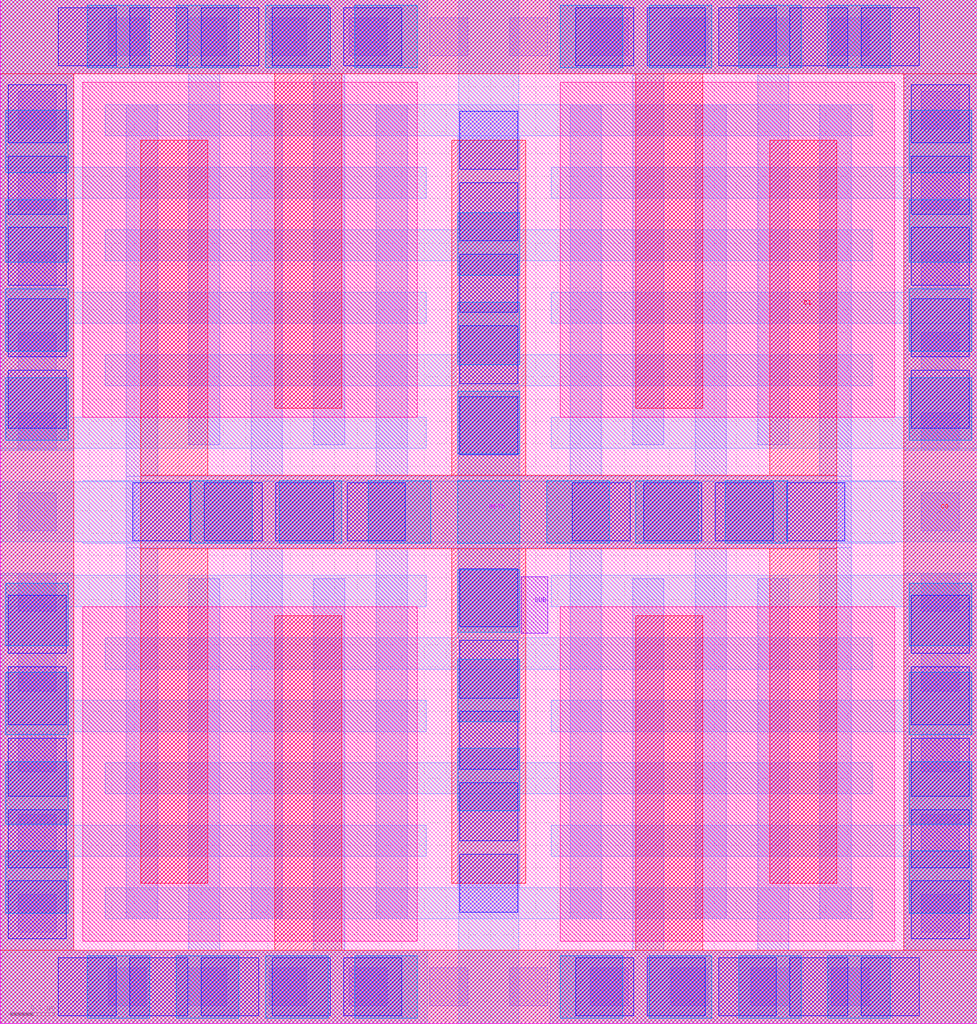
<source format=lef>
# Copyright 2020 The SkyWater PDK Authors
#
# Licensed under the Apache License, Version 2.0 (the "License");
# you may not use this file except in compliance with the License.
# You may obtain a copy of the License at
#
#     https://www.apache.org/licenses/LICENSE-2.0
#
# Unless required by applicable law or agreed to in writing, software
# distributed under the License is distributed on an "AS IS" BASIS,
# WITHOUT WARRANTIES OR CONDITIONS OF ANY KIND, either express or implied.
# See the License for the specific language governing permissions and
# limitations under the License.
#
# SPDX-License-Identifier: Apache-2.0

VERSION 5.7 ;
  NOWIREEXTENSIONATPIN ON ;
  DIVIDERCHAR "/" ;
  BUSBITCHARS "[]" ;
MACRO sky130_fd_pr__cap_vpp_04p4x04p6_m1m2m3_shieldl1m5_floatm4
  CLASS BLOCK ;
  FOREIGN sky130_fd_pr__cap_vpp_04p4x04p6_m1m2m3_shieldl1m5_floatm4 ;
  ORIGIN  0.000000  0.000000 ;
  SIZE  4.380000 BY  4.590000 ;
  PIN C0
    PORT
      LAYER met3 ;
        RECT 0.000000 0.000000 4.380000 0.330000 ;
        RECT 0.000000 0.330000 0.330000 4.260000 ;
        RECT 0.000000 4.260000 4.380000 4.590000 ;
        RECT 1.230000 0.330000 1.530000 1.830000 ;
        RECT 1.230000 2.760000 1.530000 4.260000 ;
        RECT 2.850000 0.330000 3.150000 1.830000 ;
        RECT 2.850000 2.760000 3.150000 4.260000 ;
        RECT 4.050000 0.330000 4.380000 4.260000 ;
    END
  END C0
  PIN C1
    PORT
      LAYER met3 ;
        RECT 0.630000 0.630000 0.930000 2.130000 ;
        RECT 0.630000 2.130000 3.750000 2.460000 ;
        RECT 0.630000 2.460000 0.930000 3.960000 ;
        RECT 2.025000 0.630000 2.355000 2.130000 ;
        RECT 2.025000 2.460000 2.355000 3.960000 ;
        RECT 3.450000 0.630000 3.750000 2.130000 ;
        RECT 3.450000 2.460000 3.750000 3.960000 ;
    END
  END C1
  PIN MET5
    PORT
      LAYER met5 ;
        RECT 0.000000 0.000000 4.380000 4.590000 ;
    END
  END MET5
  PIN SUB
    PORT
      LAYER pwell ;
        RECT 2.335000 1.750000 2.455000 2.005000 ;
    END
  END SUB
  OBS
    LAYER li1 ;
      RECT 0.000000 0.000000 4.380000 4.590000 ;
    LAYER mcon ;
      RECT 0.080000 0.410000 0.250000 0.580000 ;
      RECT 0.080000 0.770000 0.250000 0.940000 ;
      RECT 0.080000 1.130000 0.250000 1.300000 ;
      RECT 0.080000 1.490000 0.250000 1.660000 ;
      RECT 0.080000 1.850000 0.250000 2.020000 ;
      RECT 0.080000 2.210000 0.250000 2.380000 ;
      RECT 0.080000 2.570000 0.250000 2.740000 ;
      RECT 0.080000 2.930000 0.250000 3.100000 ;
      RECT 0.080000 3.290000 0.250000 3.460000 ;
      RECT 0.080000 3.650000 0.250000 3.820000 ;
      RECT 0.080000 4.010000 0.250000 4.180000 ;
      RECT 0.485000 0.080000 0.655000 0.250000 ;
      RECT 0.485000 4.340000 0.655000 4.510000 ;
      RECT 0.845000 0.080000 1.015000 0.250000 ;
      RECT 0.845000 4.340000 1.015000 4.510000 ;
      RECT 1.205000 0.080000 1.375000 0.250000 ;
      RECT 1.205000 4.340000 1.375000 4.510000 ;
      RECT 1.565000 0.080000 1.735000 0.250000 ;
      RECT 1.565000 4.340000 1.735000 4.510000 ;
      RECT 1.925000 0.080000 2.095000 0.250000 ;
      RECT 1.925000 4.340000 2.095000 4.510000 ;
      RECT 2.285000 0.080000 2.455000 0.250000 ;
      RECT 2.285000 4.340000 2.455000 4.510000 ;
      RECT 2.645000 0.080000 2.815000 0.250000 ;
      RECT 2.645000 4.340000 2.815000 4.510000 ;
      RECT 3.005000 0.080000 3.175000 0.250000 ;
      RECT 3.005000 4.340000 3.175000 4.510000 ;
      RECT 3.365000 0.080000 3.535000 0.250000 ;
      RECT 3.365000 4.340000 3.535000 4.510000 ;
      RECT 3.725000 0.080000 3.895000 0.250000 ;
      RECT 3.725000 4.340000 3.895000 4.510000 ;
      RECT 4.130000 0.410000 4.300000 0.580000 ;
      RECT 4.130000 0.770000 4.300000 0.940000 ;
      RECT 4.130000 1.130000 4.300000 1.300000 ;
      RECT 4.130000 1.490000 4.300000 1.660000 ;
      RECT 4.130000 1.850000 4.300000 2.020000 ;
      RECT 4.130000 2.210000 4.300000 2.380000 ;
      RECT 4.130000 2.570000 4.300000 2.740000 ;
      RECT 4.130000 2.930000 4.300000 3.100000 ;
      RECT 4.130000 3.290000 4.300000 3.460000 ;
      RECT 4.130000 3.650000 4.300000 3.820000 ;
      RECT 4.130000 4.010000 4.300000 4.180000 ;
    LAYER met1 ;
      RECT 0.000000 0.000000 4.380000 0.330000 ;
      RECT 0.000000 0.330000 0.330000 4.260000 ;
      RECT 0.000000 4.260000 4.380000 4.590000 ;
      RECT 0.565000 0.470000 0.705000 2.135000 ;
      RECT 0.565000 2.135000 3.815000 2.455000 ;
      RECT 0.565000 2.455000 0.705000 4.120000 ;
      RECT 0.845000 0.330000 0.985000 1.995000 ;
      RECT 0.845000 2.595000 0.985000 4.260000 ;
      RECT 1.125000 0.470000 1.265000 2.135000 ;
      RECT 1.125000 2.455000 1.265000 4.120000 ;
      RECT 1.405000 0.330000 1.545000 1.995000 ;
      RECT 1.405000 2.595000 1.545000 4.260000 ;
      RECT 1.685000 0.470000 1.825000 2.135000 ;
      RECT 1.685000 2.455000 1.825000 4.120000 ;
      RECT 2.055000 0.470000 2.325000 2.135000 ;
      RECT 2.055000 2.455000 2.325000 4.120000 ;
      RECT 2.555000 0.470000 2.695000 2.135000 ;
      RECT 2.555000 2.455000 2.695000 4.120000 ;
      RECT 2.835000 0.330000 2.975000 1.995000 ;
      RECT 2.835000 2.595000 2.975000 4.260000 ;
      RECT 3.115000 0.470000 3.255000 2.135000 ;
      RECT 3.115000 2.455000 3.255000 4.120000 ;
      RECT 3.395000 0.330000 3.535000 1.995000 ;
      RECT 3.395000 2.595000 3.535000 4.260000 ;
      RECT 3.675000 0.470000 3.815000 2.135000 ;
      RECT 3.675000 2.455000 3.815000 4.120000 ;
      RECT 4.050000 0.330000 4.380000 4.260000 ;
    LAYER met2 ;
      RECT 0.000000 0.000000 1.915000 0.330000 ;
      RECT 0.000000 0.330000 0.330000 0.750000 ;
      RECT 0.000000 0.750000 1.910000 0.890000 ;
      RECT 0.000000 0.890000 0.330000 1.310000 ;
      RECT 0.000000 1.310000 1.910000 1.450000 ;
      RECT 0.000000 1.450000 0.330000 1.870000 ;
      RECT 0.000000 1.870000 1.910000 2.010000 ;
      RECT 0.000000 2.010000 0.330000 2.020000 ;
      RECT 0.000000 2.160000 4.380000 2.430000 ;
      RECT 0.000000 2.570000 0.330000 2.580000 ;
      RECT 0.000000 2.580000 1.910000 2.720000 ;
      RECT 0.000000 2.720000 0.330000 3.140000 ;
      RECT 0.000000 3.140000 1.910000 3.280000 ;
      RECT 0.000000 3.280000 0.330000 3.700000 ;
      RECT 0.000000 3.700000 1.910000 3.840000 ;
      RECT 0.000000 3.840000 0.330000 4.260000 ;
      RECT 0.000000 4.260000 1.915000 4.590000 ;
      RECT 0.370000 2.155000 4.010000 2.160000 ;
      RECT 0.370000 2.430000 4.010000 2.435000 ;
      RECT 0.470000 0.470000 3.910000 0.610000 ;
      RECT 0.470000 1.030000 3.910000 1.170000 ;
      RECT 0.470000 1.590000 3.910000 1.730000 ;
      RECT 0.470000 2.860000 3.910000 3.000000 ;
      RECT 0.470000 3.420000 3.910000 3.560000 ;
      RECT 0.470000 3.980000 3.910000 4.120000 ;
      RECT 2.050000 0.610000 2.330000 1.030000 ;
      RECT 2.050000 1.170000 2.330000 1.590000 ;
      RECT 2.050000 1.730000 2.330000 2.155000 ;
      RECT 2.050000 2.435000 2.330000 2.860000 ;
      RECT 2.050000 3.000000 2.330000 3.420000 ;
      RECT 2.050000 3.560000 2.330000 3.980000 ;
      RECT 2.055000 0.000000 2.325000 0.470000 ;
      RECT 2.055000 4.120000 2.325000 4.590000 ;
      RECT 2.465000 0.000000 4.380000 0.330000 ;
      RECT 2.465000 4.260000 4.380000 4.590000 ;
      RECT 2.470000 0.750000 4.380000 0.890000 ;
      RECT 2.470000 1.310000 4.380000 1.450000 ;
      RECT 2.470000 1.870000 4.380000 2.010000 ;
      RECT 2.470000 2.580000 4.380000 2.720000 ;
      RECT 2.470000 3.140000 4.380000 3.280000 ;
      RECT 2.470000 3.700000 4.380000 3.840000 ;
      RECT 4.050000 0.330000 4.380000 0.750000 ;
      RECT 4.050000 0.890000 4.380000 1.310000 ;
      RECT 4.050000 1.450000 4.380000 1.870000 ;
      RECT 4.050000 2.010000 4.380000 2.020000 ;
      RECT 4.050000 2.570000 4.380000 2.580000 ;
      RECT 4.050000 2.720000 4.380000 3.140000 ;
      RECT 4.050000 3.280000 4.380000 3.700000 ;
      RECT 4.050000 3.840000 4.380000 4.260000 ;
    LAYER met4 ;
      RECT 0.370000 0.370000 1.870000 1.870000 ;
      RECT 0.370000 2.720000 1.870000 4.220000 ;
      RECT 2.510000 0.370000 4.010000 1.870000 ;
      RECT 2.510000 2.720000 4.010000 4.220000 ;
    LAYER via ;
      RECT 0.035000 0.380000 0.295000 0.640000 ;
      RECT 0.035000 0.700000 0.295000 0.960000 ;
      RECT 0.035000 1.020000 0.295000 1.280000 ;
      RECT 0.035000 1.340000 0.295000 1.600000 ;
      RECT 0.035000 1.660000 0.295000 1.920000 ;
      RECT 0.035000 2.670000 0.295000 2.930000 ;
      RECT 0.035000 2.990000 0.295000 3.250000 ;
      RECT 0.035000 3.310000 0.295000 3.570000 ;
      RECT 0.035000 3.630000 0.295000 3.890000 ;
      RECT 0.035000 3.950000 0.295000 4.210000 ;
      RECT 0.260000 0.035000 0.520000 0.295000 ;
      RECT 0.260000 4.295000 0.520000 4.555000 ;
      RECT 0.580000 0.035000 0.840000 0.295000 ;
      RECT 0.580000 4.295000 0.840000 4.555000 ;
      RECT 0.595000 2.165000 0.855000 2.425000 ;
      RECT 0.900000 0.035000 1.160000 0.295000 ;
      RECT 0.900000 4.295000 1.160000 4.555000 ;
      RECT 0.915000 2.165000 1.175000 2.425000 ;
      RECT 1.220000 0.035000 1.480000 0.295000 ;
      RECT 1.220000 4.295000 1.480000 4.555000 ;
      RECT 1.235000 2.165000 1.495000 2.425000 ;
      RECT 1.540000 0.035000 1.800000 0.295000 ;
      RECT 1.540000 4.295000 1.800000 4.555000 ;
      RECT 1.555000 2.165000 1.815000 2.425000 ;
      RECT 2.060000 0.500000 2.320000 0.760000 ;
      RECT 2.060000 0.820000 2.320000 1.080000 ;
      RECT 2.060000 1.140000 2.320000 1.400000 ;
      RECT 2.060000 1.460000 2.320000 1.720000 ;
      RECT 2.060000 1.780000 2.320000 2.040000 ;
      RECT 2.060000 2.550000 2.320000 2.810000 ;
      RECT 2.060000 2.870000 2.320000 3.130000 ;
      RECT 2.060000 3.190000 2.320000 3.450000 ;
      RECT 2.060000 3.510000 2.320000 3.770000 ;
      RECT 2.060000 3.830000 2.320000 4.090000 ;
      RECT 2.565000 2.165000 2.825000 2.425000 ;
      RECT 2.580000 0.035000 2.840000 0.295000 ;
      RECT 2.580000 4.295000 2.840000 4.555000 ;
      RECT 2.885000 2.165000 3.145000 2.425000 ;
      RECT 2.900000 0.035000 3.160000 0.295000 ;
      RECT 2.900000 4.295000 3.160000 4.555000 ;
      RECT 3.205000 2.165000 3.465000 2.425000 ;
      RECT 3.220000 0.035000 3.480000 0.295000 ;
      RECT 3.220000 4.295000 3.480000 4.555000 ;
      RECT 3.525000 2.165000 3.785000 2.425000 ;
      RECT 3.540000 0.035000 3.800000 0.295000 ;
      RECT 3.540000 4.295000 3.800000 4.555000 ;
      RECT 3.860000 0.035000 4.120000 0.295000 ;
      RECT 3.860000 4.295000 4.120000 4.555000 ;
      RECT 4.085000 0.380000 4.345000 0.640000 ;
      RECT 4.085000 0.700000 4.345000 0.960000 ;
      RECT 4.085000 1.020000 4.345000 1.280000 ;
      RECT 4.085000 1.340000 4.345000 1.600000 ;
      RECT 4.085000 1.660000 4.345000 1.920000 ;
      RECT 4.085000 2.670000 4.345000 2.930000 ;
      RECT 4.085000 2.990000 4.345000 3.250000 ;
      RECT 4.085000 3.310000 4.345000 3.570000 ;
      RECT 4.085000 3.630000 4.345000 3.890000 ;
      RECT 4.085000 3.950000 4.345000 4.210000 ;
    LAYER via2 ;
      RECT 0.025000 0.495000 0.305000 0.775000 ;
      RECT 0.025000 0.895000 0.305000 1.175000 ;
      RECT 0.025000 1.295000 0.305000 1.575000 ;
      RECT 0.025000 1.695000 0.305000 1.975000 ;
      RECT 0.025000 2.615000 0.305000 2.895000 ;
      RECT 0.025000 3.015000 0.305000 3.295000 ;
      RECT 0.025000 3.415000 0.305000 3.695000 ;
      RECT 0.025000 3.815000 0.305000 4.095000 ;
      RECT 0.390000 0.025000 0.670000 0.305000 ;
      RECT 0.390000 4.285000 0.670000 4.565000 ;
      RECT 0.790000 0.025000 1.070000 0.305000 ;
      RECT 0.790000 4.285000 1.070000 4.565000 ;
      RECT 0.850000 2.155000 1.130000 2.435000 ;
      RECT 1.190000 0.025000 1.470000 0.305000 ;
      RECT 1.190000 4.285000 1.470000 4.565000 ;
      RECT 1.250000 2.155000 1.530000 2.435000 ;
      RECT 1.590000 0.025000 1.870000 0.305000 ;
      RECT 1.590000 4.285000 1.870000 4.565000 ;
      RECT 1.650000 2.155000 1.930000 2.435000 ;
      RECT 2.050000 0.955000 2.330000 1.235000 ;
      RECT 2.050000 1.355000 2.330000 1.635000 ;
      RECT 2.050000 1.755000 2.330000 2.035000 ;
      RECT 2.050000 2.155000 2.330000 2.435000 ;
      RECT 2.050000 2.555000 2.330000 2.835000 ;
      RECT 2.050000 2.955000 2.330000 3.235000 ;
      RECT 2.050000 3.355000 2.330000 3.635000 ;
      RECT 2.450000 2.155000 2.730000 2.435000 ;
      RECT 2.510000 0.025000 2.790000 0.305000 ;
      RECT 2.510000 4.285000 2.790000 4.565000 ;
      RECT 2.850000 2.155000 3.130000 2.435000 ;
      RECT 2.910000 0.025000 3.190000 0.305000 ;
      RECT 2.910000 4.285000 3.190000 4.565000 ;
      RECT 3.250000 2.155000 3.530000 2.435000 ;
      RECT 3.310000 0.025000 3.590000 0.305000 ;
      RECT 3.310000 4.285000 3.590000 4.565000 ;
      RECT 3.710000 0.025000 3.990000 0.305000 ;
      RECT 3.710000 4.285000 3.990000 4.565000 ;
      RECT 4.075000 0.495000 4.355000 0.775000 ;
      RECT 4.075000 0.895000 4.355000 1.175000 ;
      RECT 4.075000 1.295000 4.355000 1.575000 ;
      RECT 4.075000 1.695000 4.355000 1.975000 ;
      RECT 4.075000 2.615000 4.355000 2.895000 ;
      RECT 4.075000 3.015000 4.355000 3.295000 ;
      RECT 4.075000 3.415000 4.355000 3.695000 ;
      RECT 4.075000 3.815000 4.355000 4.095000 ;
  END
END sky130_fd_pr__cap_vpp_04p4x04p6_m1m2m3_shieldl1m5_floatm4
END LIBRARY

</source>
